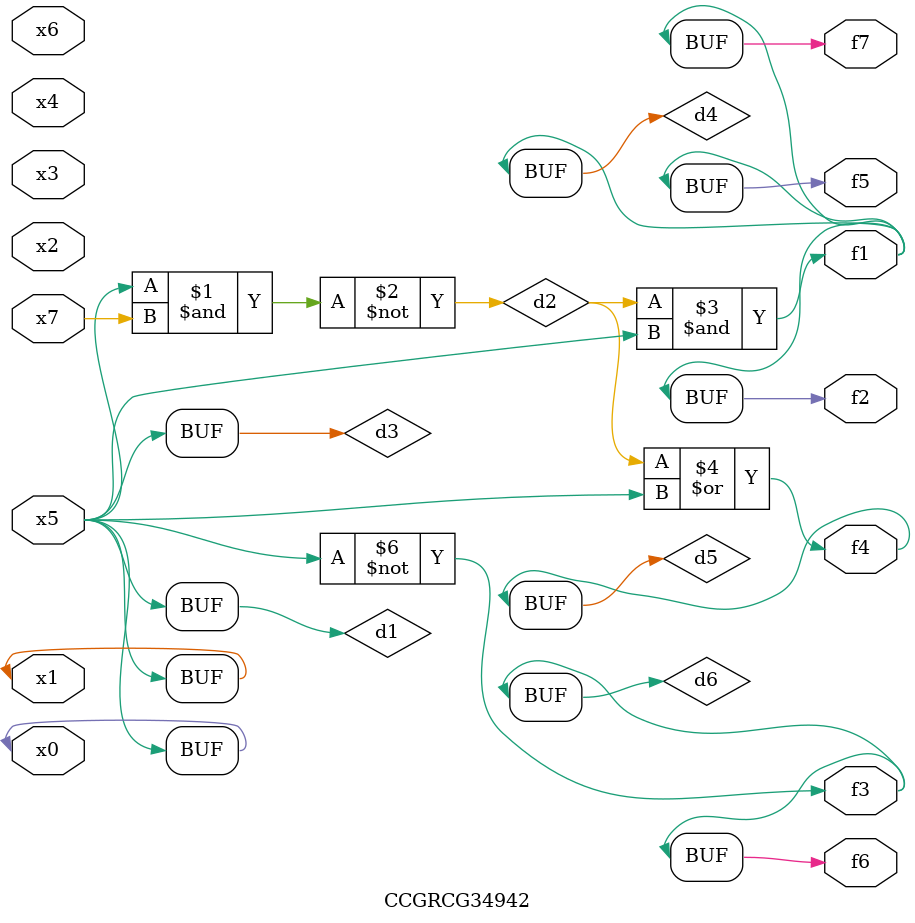
<source format=v>
module CCGRCG34942(
	input x0, x1, x2, x3, x4, x5, x6, x7,
	output f1, f2, f3, f4, f5, f6, f7
);

	wire d1, d2, d3, d4, d5, d6;

	buf (d1, x0, x5);
	nand (d2, x5, x7);
	buf (d3, x0, x1);
	and (d4, d2, d3);
	or (d5, d2, d3);
	nor (d6, d1, d3);
	assign f1 = d4;
	assign f2 = d4;
	assign f3 = d6;
	assign f4 = d5;
	assign f5 = d4;
	assign f6 = d6;
	assign f7 = d4;
endmodule

</source>
